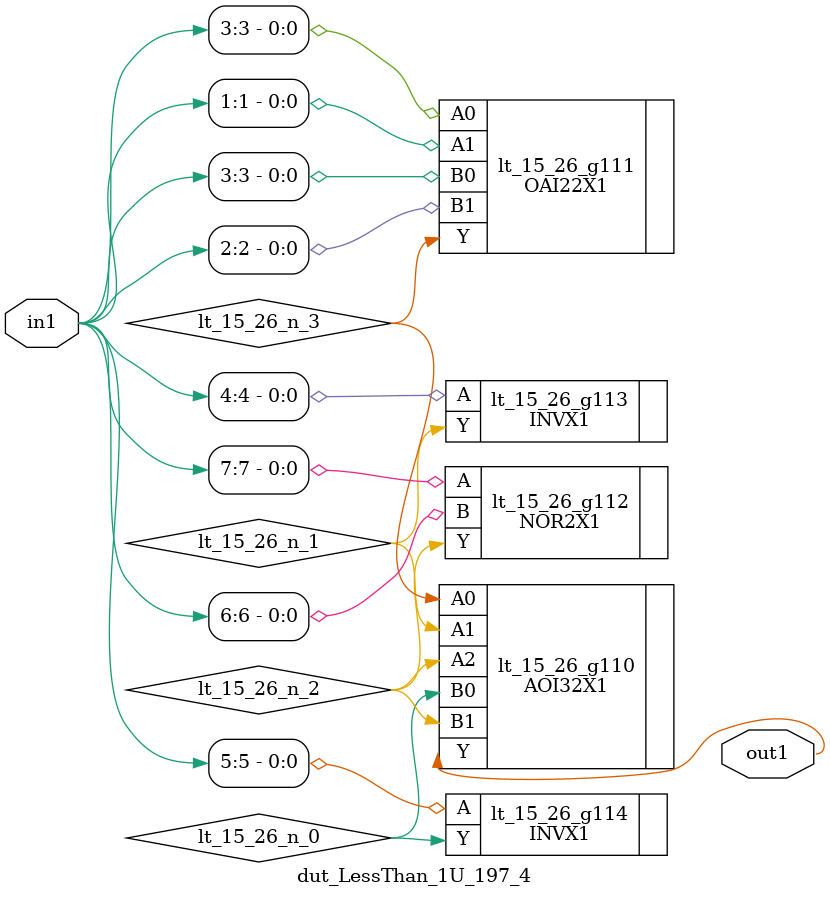
<source format=v>
`timescale 1ps / 1ps


module dut_LessThan_1U_197_4(in1, out1);
  input [7:0] in1;
  output out1;
  wire [7:0] in1;
  wire out1;
  wire lt_15_26_n_0, lt_15_26_n_1, lt_15_26_n_2, lt_15_26_n_3;
  AOI32X1 lt_15_26_g110(.A0 (lt_15_26_n_3), .A1 (lt_15_26_n_1), .A2
       (lt_15_26_n_2), .B0 (lt_15_26_n_0), .B1 (lt_15_26_n_2), .Y
       (out1));
  OAI22X1 lt_15_26_g111(.A0 (in1[3]), .A1 (in1[1]), .B0 (in1[3]), .B1
       (in1[2]), .Y (lt_15_26_n_3));
  NOR2X1 lt_15_26_g112(.A (in1[7]), .B (in1[6]), .Y (lt_15_26_n_2));
  INVX1 lt_15_26_g113(.A (in1[4]), .Y (lt_15_26_n_1));
  INVX1 lt_15_26_g114(.A (in1[5]), .Y (lt_15_26_n_0));
endmodule



</source>
